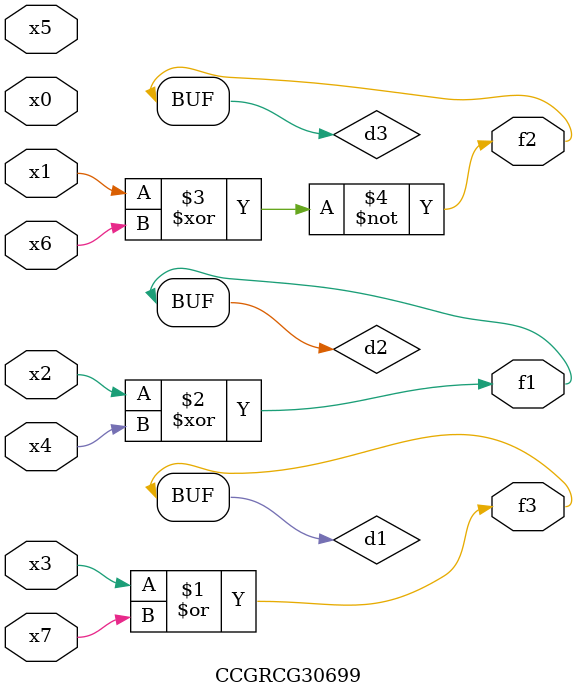
<source format=v>
module CCGRCG30699(
	input x0, x1, x2, x3, x4, x5, x6, x7,
	output f1, f2, f3
);

	wire d1, d2, d3;

	or (d1, x3, x7);
	xor (d2, x2, x4);
	xnor (d3, x1, x6);
	assign f1 = d2;
	assign f2 = d3;
	assign f3 = d1;
endmodule

</source>
